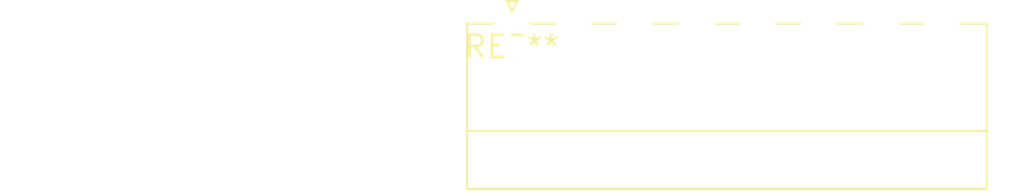
<source format=kicad_pcb>
(kicad_pcb (version 20240108) (generator pcbnew)
  (layers (0 "F.Cu" signal) (31 "B.Cu" signal) (34 "B.Paste" user) (35 "F.Paste" user) (36 "B.SilkS" user "B.Silkscreen") (37 "F.SilkS" user "F.Silkscreen") (38 "B.Mask" user) (39 "F.Mask" user) (44 "Edge.Cuts" user))
  (net 0 "")
  (footprint "PhoenixContact_MC_1,5_8-G-3.5_1x08_P3.50mm_Horizontal" (layer "F.Cu") (at 0 0)
    (property "Reference" "REF**")
    (property "Value" "PhoenixContact_MC_1,5_8-G-3.5_1x08_P3.50mm_Horizontal")
    (fp_line (start -2.56 -1.31) (end -2.56 8.11) (layer "F.SilkS") (stroke (width 0.12)))
    (fp_line (start -2.56 -1.31) (end -1.05 -1.31) (layer "F.SilkS") (stroke (width 0.12)))
    (fp_line (start -2.56 4.8) (end 27.06 4.8) (layer "F.SilkS") (stroke (width 0.12)))
    (fp_line (start -2.56 8.11) (end 27.06 8.11) (layer "F.SilkS") (stroke (width 0.12)))
    (fp_line (start -0.3 -2.6) (end 0.3 -2.6) (layer "F.SilkS") (stroke (width 0.12)))
    (fp_line (start 0 -2) (end -0.3 -2.6) (layer "F.SilkS") (stroke (width 0.12)))
    (fp_line (start 0.3 -2.6) (end 0 -2) (layer "F.SilkS") (stroke (width 0.12)))
    (fp_line (start 1.05 -1.31) (end 2.45 -1.31) (layer "F.SilkS") (stroke (width 0.12)))
    (fp_line (start 4.55 -1.31) (end 5.95 -1.31) (layer "F.SilkS") (stroke (width 0.12)))
    (fp_line (start 8.05 -1.31) (end 9.45 -1.31) (layer "F.SilkS") (stroke (width 0.12)))
    (fp_line (start 11.55 -1.31) (end 12.95 -1.31) (layer "F.SilkS") (stroke (width 0.12)))
    (fp_line (start 15.05 -1.31) (end 16.45 -1.31) (layer "F.SilkS") (stroke (width 0.12)))
    (fp_line (start 18.55 -1.31) (end 19.95 -1.31) (layer "F.SilkS") (stroke (width 0.12)))
    (fp_line (start 22.05 -1.31) (end 23.45 -1.31) (layer "F.SilkS") (stroke (width 0.12)))
    (fp_line (start 27.06 -1.31) (end 25.55 -1.31) (layer "F.SilkS") (stroke (width 0.12)))
    (fp_line (start 27.06 8.11) (end 27.06 -1.31) (layer "F.SilkS") (stroke (width 0.12)))
    (pad "1" thru_hole roundrect (at 0 0) (size 1.8 3.6) (drill 1.2) (layers *.Cu *.Mask) (remove_unused_layers) (roundrect_rratio 0.138889))
    (pad "2" thru_hole oval (at 3.5 0) (size 1.8 3.6) (drill 1.2) (layers *.Cu *.Mask) (remove_unused_layers))
    (pad "3" thru_hole oval (at 7 0) (size 1.8 3.6) (drill 1.2) (layers *.Cu *.Mask) (remove_unused_layers))
    (pad "4" thru_hole oval (at 10.5 0) (size 1.8 3.6) (drill 1.2) (layers *.Cu *.Mask) (remove_unused_layers))
    (pad "5" thru_hole oval (at 14 0) (size 1.8 3.6) (drill 1.2) (layers *.Cu *.Mask) (remove_unused_layers))
    (pad "6" thru_hole oval (at 17.5 0) (size 1.8 3.6) (drill 1.2) (layers *.Cu *.Mask) (remove_unused_layers))
    (pad "7" thru_hole oval (at 21 0) (size 1.8 3.6) (drill 1.2) (layers *.Cu *.Mask) (remove_unused_layers))
    (pad "8" thru_hole oval (at 24.5 0) (size 1.8 3.6) (drill 1.2) (layers *.Cu *.Mask) (remove_unused_layers))
  )
)
</source>
